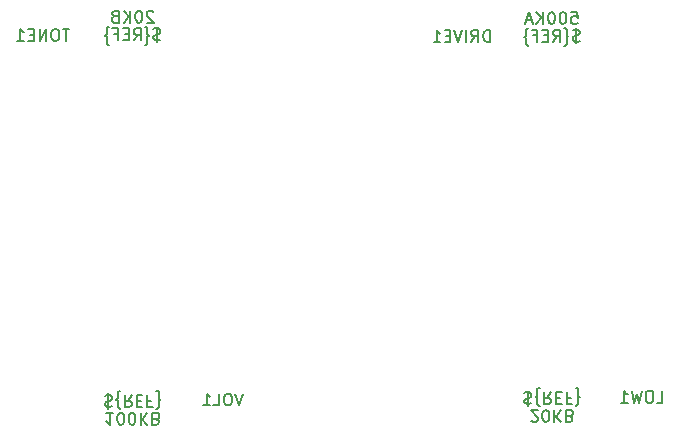
<source format=gbr>
%TF.GenerationSoftware,KiCad,Pcbnew,7.0.5.1-1-g8f565ef7f0-dirty-deb11*%
%TF.CreationDate,2023-08-09T08:18:31+00:00*%
%TF.ProjectId,GreenBean,47726565-6e42-4656-916e-2e6b69636164,rev?*%
%TF.SameCoordinates,Original*%
%TF.FileFunction,AssemblyDrawing,Bot*%
%FSLAX46Y46*%
G04 Gerber Fmt 4.6, Leading zero omitted, Abs format (unit mm)*
G04 Created by KiCad (PCBNEW 7.0.5.1-1-g8f565ef7f0-dirty-deb11) date 2023-08-09 08:18:31*
%MOMM*%
%LPD*%
G01*
G04 APERTURE LIST*
%ADD10C,0.150000*%
G04 APERTURE END LIST*
D10*
%TO.C,LOW1*%
X158748095Y-95104110D02*
X158795714Y-95151729D01*
X158795714Y-95151729D02*
X158890952Y-95199348D01*
X158890952Y-95199348D02*
X159129047Y-95199348D01*
X159129047Y-95199348D02*
X159224285Y-95151729D01*
X159224285Y-95151729D02*
X159271904Y-95104110D01*
X159271904Y-95104110D02*
X159319523Y-95008872D01*
X159319523Y-95008872D02*
X159319523Y-94913634D01*
X159319523Y-94913634D02*
X159271904Y-94770777D01*
X159271904Y-94770777D02*
X158700476Y-94199348D01*
X158700476Y-94199348D02*
X159319523Y-94199348D01*
X159938571Y-95199348D02*
X160033809Y-95199348D01*
X160033809Y-95199348D02*
X160129047Y-95151729D01*
X160129047Y-95151729D02*
X160176666Y-95104110D01*
X160176666Y-95104110D02*
X160224285Y-95008872D01*
X160224285Y-95008872D02*
X160271904Y-94818396D01*
X160271904Y-94818396D02*
X160271904Y-94580301D01*
X160271904Y-94580301D02*
X160224285Y-94389825D01*
X160224285Y-94389825D02*
X160176666Y-94294587D01*
X160176666Y-94294587D02*
X160129047Y-94246968D01*
X160129047Y-94246968D02*
X160033809Y-94199348D01*
X160033809Y-94199348D02*
X159938571Y-94199348D01*
X159938571Y-94199348D02*
X159843333Y-94246968D01*
X159843333Y-94246968D02*
X159795714Y-94294587D01*
X159795714Y-94294587D02*
X159748095Y-94389825D01*
X159748095Y-94389825D02*
X159700476Y-94580301D01*
X159700476Y-94580301D02*
X159700476Y-94818396D01*
X159700476Y-94818396D02*
X159748095Y-95008872D01*
X159748095Y-95008872D02*
X159795714Y-95104110D01*
X159795714Y-95104110D02*
X159843333Y-95151729D01*
X159843333Y-95151729D02*
X159938571Y-95199348D01*
X160700476Y-94199348D02*
X160700476Y-95199348D01*
X161271904Y-94199348D02*
X160843333Y-94770777D01*
X161271904Y-95199348D02*
X160700476Y-94627920D01*
X162033809Y-94723158D02*
X162176666Y-94675539D01*
X162176666Y-94675539D02*
X162224285Y-94627920D01*
X162224285Y-94627920D02*
X162271904Y-94532682D01*
X162271904Y-94532682D02*
X162271904Y-94389825D01*
X162271904Y-94389825D02*
X162224285Y-94294587D01*
X162224285Y-94294587D02*
X162176666Y-94246968D01*
X162176666Y-94246968D02*
X162081428Y-94199348D01*
X162081428Y-94199348D02*
X161700476Y-94199348D01*
X161700476Y-94199348D02*
X161700476Y-95199348D01*
X161700476Y-95199348D02*
X162033809Y-95199348D01*
X162033809Y-95199348D02*
X162129047Y-95151729D01*
X162129047Y-95151729D02*
X162176666Y-95104110D01*
X162176666Y-95104110D02*
X162224285Y-95008872D01*
X162224285Y-95008872D02*
X162224285Y-94913634D01*
X162224285Y-94913634D02*
X162176666Y-94818396D01*
X162176666Y-94818396D02*
X162129047Y-94770777D01*
X162129047Y-94770777D02*
X162033809Y-94723158D01*
X162033809Y-94723158D02*
X161700476Y-94723158D01*
X169391904Y-93568987D02*
X169868094Y-93568987D01*
X169868094Y-93568987D02*
X169868094Y-92568987D01*
X168868094Y-92568987D02*
X168677618Y-92568987D01*
X168677618Y-92568987D02*
X168582380Y-92616606D01*
X168582380Y-92616606D02*
X168487142Y-92711844D01*
X168487142Y-92711844D02*
X168439523Y-92902320D01*
X168439523Y-92902320D02*
X168439523Y-93235653D01*
X168439523Y-93235653D02*
X168487142Y-93426129D01*
X168487142Y-93426129D02*
X168582380Y-93521368D01*
X168582380Y-93521368D02*
X168677618Y-93568987D01*
X168677618Y-93568987D02*
X168868094Y-93568987D01*
X168868094Y-93568987D02*
X168963332Y-93521368D01*
X168963332Y-93521368D02*
X169058570Y-93426129D01*
X169058570Y-93426129D02*
X169106189Y-93235653D01*
X169106189Y-93235653D02*
X169106189Y-92902320D01*
X169106189Y-92902320D02*
X169058570Y-92711844D01*
X169058570Y-92711844D02*
X168963332Y-92616606D01*
X168963332Y-92616606D02*
X168868094Y-92568987D01*
X168106189Y-92568987D02*
X167868094Y-93568987D01*
X167868094Y-93568987D02*
X167677618Y-92854701D01*
X167677618Y-92854701D02*
X167487142Y-93568987D01*
X167487142Y-93568987D02*
X167249047Y-92568987D01*
X166344285Y-93568987D02*
X166915713Y-93568987D01*
X166629999Y-93568987D02*
X166629999Y-92568987D01*
X166629999Y-92568987D02*
X166725237Y-92711844D01*
X166725237Y-92711844D02*
X166820475Y-92807082D01*
X166820475Y-92807082D02*
X166915713Y-92854701D01*
X158176666Y-92746968D02*
X158319523Y-92699348D01*
X158319523Y-92699348D02*
X158557618Y-92699348D01*
X158557618Y-92699348D02*
X158652856Y-92746968D01*
X158652856Y-92746968D02*
X158700475Y-92794587D01*
X158700475Y-92794587D02*
X158748094Y-92889825D01*
X158748094Y-92889825D02*
X158748094Y-92985063D01*
X158748094Y-92985063D02*
X158700475Y-93080301D01*
X158700475Y-93080301D02*
X158652856Y-93127920D01*
X158652856Y-93127920D02*
X158557618Y-93175539D01*
X158557618Y-93175539D02*
X158367142Y-93223158D01*
X158367142Y-93223158D02*
X158271904Y-93270777D01*
X158271904Y-93270777D02*
X158224285Y-93318396D01*
X158224285Y-93318396D02*
X158176666Y-93413634D01*
X158176666Y-93413634D02*
X158176666Y-93508872D01*
X158176666Y-93508872D02*
X158224285Y-93604110D01*
X158224285Y-93604110D02*
X158271904Y-93651729D01*
X158271904Y-93651729D02*
X158367142Y-93699348D01*
X158367142Y-93699348D02*
X158605237Y-93699348D01*
X158605237Y-93699348D02*
X158748094Y-93651729D01*
X158462380Y-93842206D02*
X158462380Y-92556491D01*
X159462380Y-92318396D02*
X159414761Y-92318396D01*
X159414761Y-92318396D02*
X159319523Y-92366015D01*
X159319523Y-92366015D02*
X159271904Y-92461253D01*
X159271904Y-92461253D02*
X159271904Y-92937444D01*
X159271904Y-92937444D02*
X159224285Y-93032682D01*
X159224285Y-93032682D02*
X159129047Y-93080301D01*
X159129047Y-93080301D02*
X159224285Y-93127920D01*
X159224285Y-93127920D02*
X159271904Y-93223158D01*
X159271904Y-93223158D02*
X159271904Y-93699348D01*
X159271904Y-93699348D02*
X159319523Y-93794587D01*
X159319523Y-93794587D02*
X159414761Y-93842206D01*
X159414761Y-93842206D02*
X159462380Y-93842206D01*
X160414761Y-92699348D02*
X160081428Y-93175539D01*
X159843333Y-92699348D02*
X159843333Y-93699348D01*
X159843333Y-93699348D02*
X160224285Y-93699348D01*
X160224285Y-93699348D02*
X160319523Y-93651729D01*
X160319523Y-93651729D02*
X160367142Y-93604110D01*
X160367142Y-93604110D02*
X160414761Y-93508872D01*
X160414761Y-93508872D02*
X160414761Y-93366015D01*
X160414761Y-93366015D02*
X160367142Y-93270777D01*
X160367142Y-93270777D02*
X160319523Y-93223158D01*
X160319523Y-93223158D02*
X160224285Y-93175539D01*
X160224285Y-93175539D02*
X159843333Y-93175539D01*
X160843333Y-93223158D02*
X161176666Y-93223158D01*
X161319523Y-92699348D02*
X160843333Y-92699348D01*
X160843333Y-92699348D02*
X160843333Y-93699348D01*
X160843333Y-93699348D02*
X161319523Y-93699348D01*
X162081428Y-93223158D02*
X161748095Y-93223158D01*
X161748095Y-92699348D02*
X161748095Y-93699348D01*
X161748095Y-93699348D02*
X162224285Y-93699348D01*
X162510000Y-92318396D02*
X162557619Y-92318396D01*
X162557619Y-92318396D02*
X162652857Y-92366015D01*
X162652857Y-92366015D02*
X162700476Y-92461253D01*
X162700476Y-92461253D02*
X162700476Y-92937444D01*
X162700476Y-92937444D02*
X162748095Y-93032682D01*
X162748095Y-93032682D02*
X162843333Y-93080301D01*
X162843333Y-93080301D02*
X162748095Y-93127920D01*
X162748095Y-93127920D02*
X162700476Y-93223158D01*
X162700476Y-93223158D02*
X162700476Y-93699348D01*
X162700476Y-93699348D02*
X162652857Y-93794587D01*
X162652857Y-93794587D02*
X162557619Y-93842206D01*
X162557619Y-93842206D02*
X162510000Y-93842206D01*
%TO.C,TONE1*%
X126771904Y-60495889D02*
X126724285Y-60448270D01*
X126724285Y-60448270D02*
X126629047Y-60400651D01*
X126629047Y-60400651D02*
X126390952Y-60400651D01*
X126390952Y-60400651D02*
X126295714Y-60448270D01*
X126295714Y-60448270D02*
X126248095Y-60495889D01*
X126248095Y-60495889D02*
X126200476Y-60591127D01*
X126200476Y-60591127D02*
X126200476Y-60686365D01*
X126200476Y-60686365D02*
X126248095Y-60829222D01*
X126248095Y-60829222D02*
X126819523Y-61400651D01*
X126819523Y-61400651D02*
X126200476Y-61400651D01*
X125581428Y-60400651D02*
X125486190Y-60400651D01*
X125486190Y-60400651D02*
X125390952Y-60448270D01*
X125390952Y-60448270D02*
X125343333Y-60495889D01*
X125343333Y-60495889D02*
X125295714Y-60591127D01*
X125295714Y-60591127D02*
X125248095Y-60781603D01*
X125248095Y-60781603D02*
X125248095Y-61019698D01*
X125248095Y-61019698D02*
X125295714Y-61210174D01*
X125295714Y-61210174D02*
X125343333Y-61305412D01*
X125343333Y-61305412D02*
X125390952Y-61353032D01*
X125390952Y-61353032D02*
X125486190Y-61400651D01*
X125486190Y-61400651D02*
X125581428Y-61400651D01*
X125581428Y-61400651D02*
X125676666Y-61353032D01*
X125676666Y-61353032D02*
X125724285Y-61305412D01*
X125724285Y-61305412D02*
X125771904Y-61210174D01*
X125771904Y-61210174D02*
X125819523Y-61019698D01*
X125819523Y-61019698D02*
X125819523Y-60781603D01*
X125819523Y-60781603D02*
X125771904Y-60591127D01*
X125771904Y-60591127D02*
X125724285Y-60495889D01*
X125724285Y-60495889D02*
X125676666Y-60448270D01*
X125676666Y-60448270D02*
X125581428Y-60400651D01*
X124819523Y-61400651D02*
X124819523Y-60400651D01*
X124248095Y-61400651D02*
X124676666Y-60829222D01*
X124248095Y-60400651D02*
X124819523Y-60972079D01*
X123486190Y-60876841D02*
X123343333Y-60924460D01*
X123343333Y-60924460D02*
X123295714Y-60972079D01*
X123295714Y-60972079D02*
X123248095Y-61067317D01*
X123248095Y-61067317D02*
X123248095Y-61210174D01*
X123248095Y-61210174D02*
X123295714Y-61305412D01*
X123295714Y-61305412D02*
X123343333Y-61353032D01*
X123343333Y-61353032D02*
X123438571Y-61400651D01*
X123438571Y-61400651D02*
X123819523Y-61400651D01*
X123819523Y-61400651D02*
X123819523Y-60400651D01*
X123819523Y-60400651D02*
X123486190Y-60400651D01*
X123486190Y-60400651D02*
X123390952Y-60448270D01*
X123390952Y-60448270D02*
X123343333Y-60495889D01*
X123343333Y-60495889D02*
X123295714Y-60591127D01*
X123295714Y-60591127D02*
X123295714Y-60686365D01*
X123295714Y-60686365D02*
X123343333Y-60781603D01*
X123343333Y-60781603D02*
X123390952Y-60829222D01*
X123390952Y-60829222D02*
X123486190Y-60876841D01*
X123486190Y-60876841D02*
X123819523Y-60876841D01*
X119651904Y-61940651D02*
X119080476Y-61940651D01*
X119366190Y-62940651D02*
X119366190Y-61940651D01*
X118556666Y-61940651D02*
X118366190Y-61940651D01*
X118366190Y-61940651D02*
X118270952Y-61988270D01*
X118270952Y-61988270D02*
X118175714Y-62083508D01*
X118175714Y-62083508D02*
X118128095Y-62273984D01*
X118128095Y-62273984D02*
X118128095Y-62607317D01*
X118128095Y-62607317D02*
X118175714Y-62797793D01*
X118175714Y-62797793D02*
X118270952Y-62893032D01*
X118270952Y-62893032D02*
X118366190Y-62940651D01*
X118366190Y-62940651D02*
X118556666Y-62940651D01*
X118556666Y-62940651D02*
X118651904Y-62893032D01*
X118651904Y-62893032D02*
X118747142Y-62797793D01*
X118747142Y-62797793D02*
X118794761Y-62607317D01*
X118794761Y-62607317D02*
X118794761Y-62273984D01*
X118794761Y-62273984D02*
X118747142Y-62083508D01*
X118747142Y-62083508D02*
X118651904Y-61988270D01*
X118651904Y-61988270D02*
X118556666Y-61940651D01*
X117699523Y-62940651D02*
X117699523Y-61940651D01*
X117699523Y-61940651D02*
X117128095Y-62940651D01*
X117128095Y-62940651D02*
X117128095Y-61940651D01*
X116651904Y-62416841D02*
X116318571Y-62416841D01*
X116175714Y-62940651D02*
X116651904Y-62940651D01*
X116651904Y-62940651D02*
X116651904Y-61940651D01*
X116651904Y-61940651D02*
X116175714Y-61940651D01*
X115223333Y-62940651D02*
X115794761Y-62940651D01*
X115509047Y-62940651D02*
X115509047Y-61940651D01*
X115509047Y-61940651D02*
X115604285Y-62083508D01*
X115604285Y-62083508D02*
X115699523Y-62178746D01*
X115699523Y-62178746D02*
X115794761Y-62226365D01*
X127343333Y-62853032D02*
X127200476Y-62900651D01*
X127200476Y-62900651D02*
X126962381Y-62900651D01*
X126962381Y-62900651D02*
X126867143Y-62853032D01*
X126867143Y-62853032D02*
X126819524Y-62805412D01*
X126819524Y-62805412D02*
X126771905Y-62710174D01*
X126771905Y-62710174D02*
X126771905Y-62614936D01*
X126771905Y-62614936D02*
X126819524Y-62519698D01*
X126819524Y-62519698D02*
X126867143Y-62472079D01*
X126867143Y-62472079D02*
X126962381Y-62424460D01*
X126962381Y-62424460D02*
X127152857Y-62376841D01*
X127152857Y-62376841D02*
X127248095Y-62329222D01*
X127248095Y-62329222D02*
X127295714Y-62281603D01*
X127295714Y-62281603D02*
X127343333Y-62186365D01*
X127343333Y-62186365D02*
X127343333Y-62091127D01*
X127343333Y-62091127D02*
X127295714Y-61995889D01*
X127295714Y-61995889D02*
X127248095Y-61948270D01*
X127248095Y-61948270D02*
X127152857Y-61900651D01*
X127152857Y-61900651D02*
X126914762Y-61900651D01*
X126914762Y-61900651D02*
X126771905Y-61948270D01*
X127057619Y-61757793D02*
X127057619Y-63043508D01*
X126057619Y-63281603D02*
X126105238Y-63281603D01*
X126105238Y-63281603D02*
X126200476Y-63233984D01*
X126200476Y-63233984D02*
X126248095Y-63138746D01*
X126248095Y-63138746D02*
X126248095Y-62662555D01*
X126248095Y-62662555D02*
X126295714Y-62567317D01*
X126295714Y-62567317D02*
X126390952Y-62519698D01*
X126390952Y-62519698D02*
X126295714Y-62472079D01*
X126295714Y-62472079D02*
X126248095Y-62376841D01*
X126248095Y-62376841D02*
X126248095Y-61900651D01*
X126248095Y-61900651D02*
X126200476Y-61805412D01*
X126200476Y-61805412D02*
X126105238Y-61757793D01*
X126105238Y-61757793D02*
X126057619Y-61757793D01*
X125105238Y-62900651D02*
X125438571Y-62424460D01*
X125676666Y-62900651D02*
X125676666Y-61900651D01*
X125676666Y-61900651D02*
X125295714Y-61900651D01*
X125295714Y-61900651D02*
X125200476Y-61948270D01*
X125200476Y-61948270D02*
X125152857Y-61995889D01*
X125152857Y-61995889D02*
X125105238Y-62091127D01*
X125105238Y-62091127D02*
X125105238Y-62233984D01*
X125105238Y-62233984D02*
X125152857Y-62329222D01*
X125152857Y-62329222D02*
X125200476Y-62376841D01*
X125200476Y-62376841D02*
X125295714Y-62424460D01*
X125295714Y-62424460D02*
X125676666Y-62424460D01*
X124676666Y-62376841D02*
X124343333Y-62376841D01*
X124200476Y-62900651D02*
X124676666Y-62900651D01*
X124676666Y-62900651D02*
X124676666Y-61900651D01*
X124676666Y-61900651D02*
X124200476Y-61900651D01*
X123438571Y-62376841D02*
X123771904Y-62376841D01*
X123771904Y-62900651D02*
X123771904Y-61900651D01*
X123771904Y-61900651D02*
X123295714Y-61900651D01*
X123009999Y-63281603D02*
X122962380Y-63281603D01*
X122962380Y-63281603D02*
X122867142Y-63233984D01*
X122867142Y-63233984D02*
X122819523Y-63138746D01*
X122819523Y-63138746D02*
X122819523Y-62662555D01*
X122819523Y-62662555D02*
X122771904Y-62567317D01*
X122771904Y-62567317D02*
X122676666Y-62519698D01*
X122676666Y-62519698D02*
X122771904Y-62472079D01*
X122771904Y-62472079D02*
X122819523Y-62376841D01*
X122819523Y-62376841D02*
X122819523Y-61900651D01*
X122819523Y-61900651D02*
X122867142Y-61805412D01*
X122867142Y-61805412D02*
X122962380Y-61757793D01*
X122962380Y-61757793D02*
X123009999Y-61757793D01*
%TO.C,DRIVE1*%
X162152857Y-60504819D02*
X162629047Y-60504819D01*
X162629047Y-60504819D02*
X162676666Y-60981009D01*
X162676666Y-60981009D02*
X162629047Y-60933390D01*
X162629047Y-60933390D02*
X162533809Y-60885771D01*
X162533809Y-60885771D02*
X162295714Y-60885771D01*
X162295714Y-60885771D02*
X162200476Y-60933390D01*
X162200476Y-60933390D02*
X162152857Y-60981009D01*
X162152857Y-60981009D02*
X162105238Y-61076247D01*
X162105238Y-61076247D02*
X162105238Y-61314342D01*
X162105238Y-61314342D02*
X162152857Y-61409580D01*
X162152857Y-61409580D02*
X162200476Y-61457200D01*
X162200476Y-61457200D02*
X162295714Y-61504819D01*
X162295714Y-61504819D02*
X162533809Y-61504819D01*
X162533809Y-61504819D02*
X162629047Y-61457200D01*
X162629047Y-61457200D02*
X162676666Y-61409580D01*
X161486190Y-60504819D02*
X161390952Y-60504819D01*
X161390952Y-60504819D02*
X161295714Y-60552438D01*
X161295714Y-60552438D02*
X161248095Y-60600057D01*
X161248095Y-60600057D02*
X161200476Y-60695295D01*
X161200476Y-60695295D02*
X161152857Y-60885771D01*
X161152857Y-60885771D02*
X161152857Y-61123866D01*
X161152857Y-61123866D02*
X161200476Y-61314342D01*
X161200476Y-61314342D02*
X161248095Y-61409580D01*
X161248095Y-61409580D02*
X161295714Y-61457200D01*
X161295714Y-61457200D02*
X161390952Y-61504819D01*
X161390952Y-61504819D02*
X161486190Y-61504819D01*
X161486190Y-61504819D02*
X161581428Y-61457200D01*
X161581428Y-61457200D02*
X161629047Y-61409580D01*
X161629047Y-61409580D02*
X161676666Y-61314342D01*
X161676666Y-61314342D02*
X161724285Y-61123866D01*
X161724285Y-61123866D02*
X161724285Y-60885771D01*
X161724285Y-60885771D02*
X161676666Y-60695295D01*
X161676666Y-60695295D02*
X161629047Y-60600057D01*
X161629047Y-60600057D02*
X161581428Y-60552438D01*
X161581428Y-60552438D02*
X161486190Y-60504819D01*
X160533809Y-60504819D02*
X160438571Y-60504819D01*
X160438571Y-60504819D02*
X160343333Y-60552438D01*
X160343333Y-60552438D02*
X160295714Y-60600057D01*
X160295714Y-60600057D02*
X160248095Y-60695295D01*
X160248095Y-60695295D02*
X160200476Y-60885771D01*
X160200476Y-60885771D02*
X160200476Y-61123866D01*
X160200476Y-61123866D02*
X160248095Y-61314342D01*
X160248095Y-61314342D02*
X160295714Y-61409580D01*
X160295714Y-61409580D02*
X160343333Y-61457200D01*
X160343333Y-61457200D02*
X160438571Y-61504819D01*
X160438571Y-61504819D02*
X160533809Y-61504819D01*
X160533809Y-61504819D02*
X160629047Y-61457200D01*
X160629047Y-61457200D02*
X160676666Y-61409580D01*
X160676666Y-61409580D02*
X160724285Y-61314342D01*
X160724285Y-61314342D02*
X160771904Y-61123866D01*
X160771904Y-61123866D02*
X160771904Y-60885771D01*
X160771904Y-60885771D02*
X160724285Y-60695295D01*
X160724285Y-60695295D02*
X160676666Y-60600057D01*
X160676666Y-60600057D02*
X160629047Y-60552438D01*
X160629047Y-60552438D02*
X160533809Y-60504819D01*
X159771904Y-61504819D02*
X159771904Y-60504819D01*
X159200476Y-61504819D02*
X159629047Y-60933390D01*
X159200476Y-60504819D02*
X159771904Y-61076247D01*
X158819523Y-61219104D02*
X158343333Y-61219104D01*
X158914761Y-61504819D02*
X158581428Y-60504819D01*
X158581428Y-60504819D02*
X158248095Y-61504819D01*
X162843333Y-62957200D02*
X162700476Y-63004819D01*
X162700476Y-63004819D02*
X162462381Y-63004819D01*
X162462381Y-63004819D02*
X162367143Y-62957200D01*
X162367143Y-62957200D02*
X162319524Y-62909580D01*
X162319524Y-62909580D02*
X162271905Y-62814342D01*
X162271905Y-62814342D02*
X162271905Y-62719104D01*
X162271905Y-62719104D02*
X162319524Y-62623866D01*
X162319524Y-62623866D02*
X162367143Y-62576247D01*
X162367143Y-62576247D02*
X162462381Y-62528628D01*
X162462381Y-62528628D02*
X162652857Y-62481009D01*
X162652857Y-62481009D02*
X162748095Y-62433390D01*
X162748095Y-62433390D02*
X162795714Y-62385771D01*
X162795714Y-62385771D02*
X162843333Y-62290533D01*
X162843333Y-62290533D02*
X162843333Y-62195295D01*
X162843333Y-62195295D02*
X162795714Y-62100057D01*
X162795714Y-62100057D02*
X162748095Y-62052438D01*
X162748095Y-62052438D02*
X162652857Y-62004819D01*
X162652857Y-62004819D02*
X162414762Y-62004819D01*
X162414762Y-62004819D02*
X162271905Y-62052438D01*
X162557619Y-61861961D02*
X162557619Y-63147676D01*
X161557619Y-63385771D02*
X161605238Y-63385771D01*
X161605238Y-63385771D02*
X161700476Y-63338152D01*
X161700476Y-63338152D02*
X161748095Y-63242914D01*
X161748095Y-63242914D02*
X161748095Y-62766723D01*
X161748095Y-62766723D02*
X161795714Y-62671485D01*
X161795714Y-62671485D02*
X161890952Y-62623866D01*
X161890952Y-62623866D02*
X161795714Y-62576247D01*
X161795714Y-62576247D02*
X161748095Y-62481009D01*
X161748095Y-62481009D02*
X161748095Y-62004819D01*
X161748095Y-62004819D02*
X161700476Y-61909580D01*
X161700476Y-61909580D02*
X161605238Y-61861961D01*
X161605238Y-61861961D02*
X161557619Y-61861961D01*
X160605238Y-63004819D02*
X160938571Y-62528628D01*
X161176666Y-63004819D02*
X161176666Y-62004819D01*
X161176666Y-62004819D02*
X160795714Y-62004819D01*
X160795714Y-62004819D02*
X160700476Y-62052438D01*
X160700476Y-62052438D02*
X160652857Y-62100057D01*
X160652857Y-62100057D02*
X160605238Y-62195295D01*
X160605238Y-62195295D02*
X160605238Y-62338152D01*
X160605238Y-62338152D02*
X160652857Y-62433390D01*
X160652857Y-62433390D02*
X160700476Y-62481009D01*
X160700476Y-62481009D02*
X160795714Y-62528628D01*
X160795714Y-62528628D02*
X161176666Y-62528628D01*
X160176666Y-62481009D02*
X159843333Y-62481009D01*
X159700476Y-63004819D02*
X160176666Y-63004819D01*
X160176666Y-63004819D02*
X160176666Y-62004819D01*
X160176666Y-62004819D02*
X159700476Y-62004819D01*
X158938571Y-62481009D02*
X159271904Y-62481009D01*
X159271904Y-63004819D02*
X159271904Y-62004819D01*
X159271904Y-62004819D02*
X158795714Y-62004819D01*
X158509999Y-63385771D02*
X158462380Y-63385771D01*
X158462380Y-63385771D02*
X158367142Y-63338152D01*
X158367142Y-63338152D02*
X158319523Y-63242914D01*
X158319523Y-63242914D02*
X158319523Y-62766723D01*
X158319523Y-62766723D02*
X158271904Y-62671485D01*
X158271904Y-62671485D02*
X158176666Y-62623866D01*
X158176666Y-62623866D02*
X158271904Y-62576247D01*
X158271904Y-62576247D02*
X158319523Y-62481009D01*
X158319523Y-62481009D02*
X158319523Y-62004819D01*
X158319523Y-62004819D02*
X158367142Y-61909580D01*
X158367142Y-61909580D02*
X158462380Y-61861961D01*
X158462380Y-61861961D02*
X158509999Y-61861961D01*
X155247142Y-63044819D02*
X155247142Y-62044819D01*
X155247142Y-62044819D02*
X155009047Y-62044819D01*
X155009047Y-62044819D02*
X154866190Y-62092438D01*
X154866190Y-62092438D02*
X154770952Y-62187676D01*
X154770952Y-62187676D02*
X154723333Y-62282914D01*
X154723333Y-62282914D02*
X154675714Y-62473390D01*
X154675714Y-62473390D02*
X154675714Y-62616247D01*
X154675714Y-62616247D02*
X154723333Y-62806723D01*
X154723333Y-62806723D02*
X154770952Y-62901961D01*
X154770952Y-62901961D02*
X154866190Y-62997200D01*
X154866190Y-62997200D02*
X155009047Y-63044819D01*
X155009047Y-63044819D02*
X155247142Y-63044819D01*
X153675714Y-63044819D02*
X154009047Y-62568628D01*
X154247142Y-63044819D02*
X154247142Y-62044819D01*
X154247142Y-62044819D02*
X153866190Y-62044819D01*
X153866190Y-62044819D02*
X153770952Y-62092438D01*
X153770952Y-62092438D02*
X153723333Y-62140057D01*
X153723333Y-62140057D02*
X153675714Y-62235295D01*
X153675714Y-62235295D02*
X153675714Y-62378152D01*
X153675714Y-62378152D02*
X153723333Y-62473390D01*
X153723333Y-62473390D02*
X153770952Y-62521009D01*
X153770952Y-62521009D02*
X153866190Y-62568628D01*
X153866190Y-62568628D02*
X154247142Y-62568628D01*
X153247142Y-63044819D02*
X153247142Y-62044819D01*
X152913809Y-62044819D02*
X152580476Y-63044819D01*
X152580476Y-63044819D02*
X152247143Y-62044819D01*
X151913809Y-62521009D02*
X151580476Y-62521009D01*
X151437619Y-63044819D02*
X151913809Y-63044819D01*
X151913809Y-63044819D02*
X151913809Y-62044819D01*
X151913809Y-62044819D02*
X151437619Y-62044819D01*
X150485238Y-63044819D02*
X151056666Y-63044819D01*
X150770952Y-63044819D02*
X150770952Y-62044819D01*
X150770952Y-62044819D02*
X150866190Y-62187676D01*
X150866190Y-62187676D02*
X150961428Y-62282914D01*
X150961428Y-62282914D02*
X151056666Y-62330533D01*
%TO.C,VOL1*%
X123343333Y-94449348D02*
X122771905Y-94449348D01*
X123057619Y-94449348D02*
X123057619Y-95449348D01*
X123057619Y-95449348D02*
X122962381Y-95306491D01*
X122962381Y-95306491D02*
X122867143Y-95211253D01*
X122867143Y-95211253D02*
X122771905Y-95163634D01*
X123962381Y-95449348D02*
X124057619Y-95449348D01*
X124057619Y-95449348D02*
X124152857Y-95401729D01*
X124152857Y-95401729D02*
X124200476Y-95354110D01*
X124200476Y-95354110D02*
X124248095Y-95258872D01*
X124248095Y-95258872D02*
X124295714Y-95068396D01*
X124295714Y-95068396D02*
X124295714Y-94830301D01*
X124295714Y-94830301D02*
X124248095Y-94639825D01*
X124248095Y-94639825D02*
X124200476Y-94544587D01*
X124200476Y-94544587D02*
X124152857Y-94496968D01*
X124152857Y-94496968D02*
X124057619Y-94449348D01*
X124057619Y-94449348D02*
X123962381Y-94449348D01*
X123962381Y-94449348D02*
X123867143Y-94496968D01*
X123867143Y-94496968D02*
X123819524Y-94544587D01*
X123819524Y-94544587D02*
X123771905Y-94639825D01*
X123771905Y-94639825D02*
X123724286Y-94830301D01*
X123724286Y-94830301D02*
X123724286Y-95068396D01*
X123724286Y-95068396D02*
X123771905Y-95258872D01*
X123771905Y-95258872D02*
X123819524Y-95354110D01*
X123819524Y-95354110D02*
X123867143Y-95401729D01*
X123867143Y-95401729D02*
X123962381Y-95449348D01*
X124914762Y-95449348D02*
X125010000Y-95449348D01*
X125010000Y-95449348D02*
X125105238Y-95401729D01*
X125105238Y-95401729D02*
X125152857Y-95354110D01*
X125152857Y-95354110D02*
X125200476Y-95258872D01*
X125200476Y-95258872D02*
X125248095Y-95068396D01*
X125248095Y-95068396D02*
X125248095Y-94830301D01*
X125248095Y-94830301D02*
X125200476Y-94639825D01*
X125200476Y-94639825D02*
X125152857Y-94544587D01*
X125152857Y-94544587D02*
X125105238Y-94496968D01*
X125105238Y-94496968D02*
X125010000Y-94449348D01*
X125010000Y-94449348D02*
X124914762Y-94449348D01*
X124914762Y-94449348D02*
X124819524Y-94496968D01*
X124819524Y-94496968D02*
X124771905Y-94544587D01*
X124771905Y-94544587D02*
X124724286Y-94639825D01*
X124724286Y-94639825D02*
X124676667Y-94830301D01*
X124676667Y-94830301D02*
X124676667Y-95068396D01*
X124676667Y-95068396D02*
X124724286Y-95258872D01*
X124724286Y-95258872D02*
X124771905Y-95354110D01*
X124771905Y-95354110D02*
X124819524Y-95401729D01*
X124819524Y-95401729D02*
X124914762Y-95449348D01*
X125676667Y-94449348D02*
X125676667Y-95449348D01*
X126248095Y-94449348D02*
X125819524Y-95020777D01*
X126248095Y-95449348D02*
X125676667Y-94877920D01*
X127010000Y-94973158D02*
X127152857Y-94925539D01*
X127152857Y-94925539D02*
X127200476Y-94877920D01*
X127200476Y-94877920D02*
X127248095Y-94782682D01*
X127248095Y-94782682D02*
X127248095Y-94639825D01*
X127248095Y-94639825D02*
X127200476Y-94544587D01*
X127200476Y-94544587D02*
X127152857Y-94496968D01*
X127152857Y-94496968D02*
X127057619Y-94449348D01*
X127057619Y-94449348D02*
X126676667Y-94449348D01*
X126676667Y-94449348D02*
X126676667Y-95449348D01*
X126676667Y-95449348D02*
X127010000Y-95449348D01*
X127010000Y-95449348D02*
X127105238Y-95401729D01*
X127105238Y-95401729D02*
X127152857Y-95354110D01*
X127152857Y-95354110D02*
X127200476Y-95258872D01*
X127200476Y-95258872D02*
X127200476Y-95163634D01*
X127200476Y-95163634D02*
X127152857Y-95068396D01*
X127152857Y-95068396D02*
X127105238Y-95020777D01*
X127105238Y-95020777D02*
X127010000Y-94973158D01*
X127010000Y-94973158D02*
X126676667Y-94973158D01*
X134368094Y-92818987D02*
X134034761Y-93818987D01*
X134034761Y-93818987D02*
X133701428Y-92818987D01*
X133177618Y-92818987D02*
X132987142Y-92818987D01*
X132987142Y-92818987D02*
X132891904Y-92866606D01*
X132891904Y-92866606D02*
X132796666Y-92961844D01*
X132796666Y-92961844D02*
X132749047Y-93152320D01*
X132749047Y-93152320D02*
X132749047Y-93485653D01*
X132749047Y-93485653D02*
X132796666Y-93676129D01*
X132796666Y-93676129D02*
X132891904Y-93771368D01*
X132891904Y-93771368D02*
X132987142Y-93818987D01*
X132987142Y-93818987D02*
X133177618Y-93818987D01*
X133177618Y-93818987D02*
X133272856Y-93771368D01*
X133272856Y-93771368D02*
X133368094Y-93676129D01*
X133368094Y-93676129D02*
X133415713Y-93485653D01*
X133415713Y-93485653D02*
X133415713Y-93152320D01*
X133415713Y-93152320D02*
X133368094Y-92961844D01*
X133368094Y-92961844D02*
X133272856Y-92866606D01*
X133272856Y-92866606D02*
X133177618Y-92818987D01*
X131844285Y-93818987D02*
X132320475Y-93818987D01*
X132320475Y-93818987D02*
X132320475Y-92818987D01*
X130987142Y-93818987D02*
X131558570Y-93818987D01*
X131272856Y-93818987D02*
X131272856Y-92818987D01*
X131272856Y-92818987D02*
X131368094Y-92961844D01*
X131368094Y-92961844D02*
X131463332Y-93057082D01*
X131463332Y-93057082D02*
X131558570Y-93104701D01*
X122676666Y-92996968D02*
X122819523Y-92949348D01*
X122819523Y-92949348D02*
X123057618Y-92949348D01*
X123057618Y-92949348D02*
X123152856Y-92996968D01*
X123152856Y-92996968D02*
X123200475Y-93044587D01*
X123200475Y-93044587D02*
X123248094Y-93139825D01*
X123248094Y-93139825D02*
X123248094Y-93235063D01*
X123248094Y-93235063D02*
X123200475Y-93330301D01*
X123200475Y-93330301D02*
X123152856Y-93377920D01*
X123152856Y-93377920D02*
X123057618Y-93425539D01*
X123057618Y-93425539D02*
X122867142Y-93473158D01*
X122867142Y-93473158D02*
X122771904Y-93520777D01*
X122771904Y-93520777D02*
X122724285Y-93568396D01*
X122724285Y-93568396D02*
X122676666Y-93663634D01*
X122676666Y-93663634D02*
X122676666Y-93758872D01*
X122676666Y-93758872D02*
X122724285Y-93854110D01*
X122724285Y-93854110D02*
X122771904Y-93901729D01*
X122771904Y-93901729D02*
X122867142Y-93949348D01*
X122867142Y-93949348D02*
X123105237Y-93949348D01*
X123105237Y-93949348D02*
X123248094Y-93901729D01*
X122962380Y-94092206D02*
X122962380Y-92806491D01*
X123962380Y-92568396D02*
X123914761Y-92568396D01*
X123914761Y-92568396D02*
X123819523Y-92616015D01*
X123819523Y-92616015D02*
X123771904Y-92711253D01*
X123771904Y-92711253D02*
X123771904Y-93187444D01*
X123771904Y-93187444D02*
X123724285Y-93282682D01*
X123724285Y-93282682D02*
X123629047Y-93330301D01*
X123629047Y-93330301D02*
X123724285Y-93377920D01*
X123724285Y-93377920D02*
X123771904Y-93473158D01*
X123771904Y-93473158D02*
X123771904Y-93949348D01*
X123771904Y-93949348D02*
X123819523Y-94044587D01*
X123819523Y-94044587D02*
X123914761Y-94092206D01*
X123914761Y-94092206D02*
X123962380Y-94092206D01*
X124914761Y-92949348D02*
X124581428Y-93425539D01*
X124343333Y-92949348D02*
X124343333Y-93949348D01*
X124343333Y-93949348D02*
X124724285Y-93949348D01*
X124724285Y-93949348D02*
X124819523Y-93901729D01*
X124819523Y-93901729D02*
X124867142Y-93854110D01*
X124867142Y-93854110D02*
X124914761Y-93758872D01*
X124914761Y-93758872D02*
X124914761Y-93616015D01*
X124914761Y-93616015D02*
X124867142Y-93520777D01*
X124867142Y-93520777D02*
X124819523Y-93473158D01*
X124819523Y-93473158D02*
X124724285Y-93425539D01*
X124724285Y-93425539D02*
X124343333Y-93425539D01*
X125343333Y-93473158D02*
X125676666Y-93473158D01*
X125819523Y-92949348D02*
X125343333Y-92949348D01*
X125343333Y-92949348D02*
X125343333Y-93949348D01*
X125343333Y-93949348D02*
X125819523Y-93949348D01*
X126581428Y-93473158D02*
X126248095Y-93473158D01*
X126248095Y-92949348D02*
X126248095Y-93949348D01*
X126248095Y-93949348D02*
X126724285Y-93949348D01*
X127010000Y-92568396D02*
X127057619Y-92568396D01*
X127057619Y-92568396D02*
X127152857Y-92616015D01*
X127152857Y-92616015D02*
X127200476Y-92711253D01*
X127200476Y-92711253D02*
X127200476Y-93187444D01*
X127200476Y-93187444D02*
X127248095Y-93282682D01*
X127248095Y-93282682D02*
X127343333Y-93330301D01*
X127343333Y-93330301D02*
X127248095Y-93377920D01*
X127248095Y-93377920D02*
X127200476Y-93473158D01*
X127200476Y-93473158D02*
X127200476Y-93949348D01*
X127200476Y-93949348D02*
X127152857Y-94044587D01*
X127152857Y-94044587D02*
X127057619Y-94092206D01*
X127057619Y-94092206D02*
X127010000Y-94092206D01*
%TD*%
M02*

</source>
